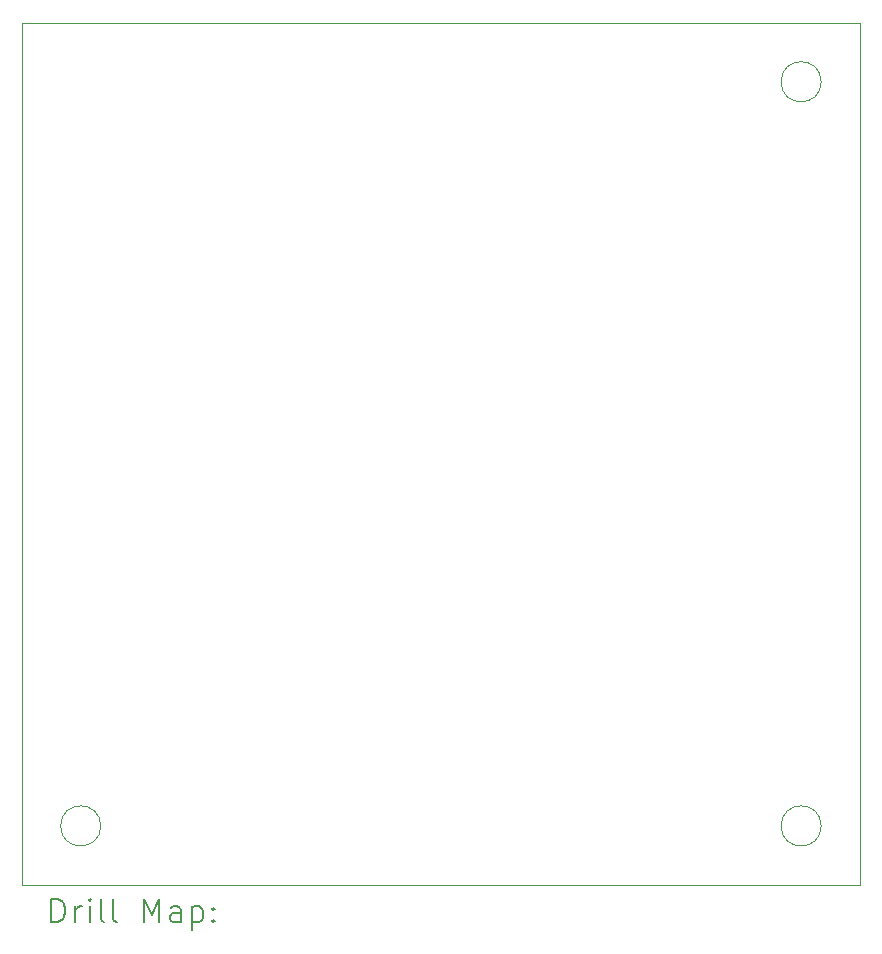
<source format=gbr>
%TF.GenerationSoftware,KiCad,Pcbnew,(6.0.9)*%
%TF.CreationDate,2024-07-14T14:50:28-07:00*%
%TF.ProjectId,RA_Controller,52415f43-6f6e-4747-926f-6c6c65722e6b,rev?*%
%TF.SameCoordinates,Original*%
%TF.FileFunction,Drillmap*%
%TF.FilePolarity,Positive*%
%FSLAX45Y45*%
G04 Gerber Fmt 4.5, Leading zero omitted, Abs format (unit mm)*
G04 Created by KiCad (PCBNEW (6.0.9)) date 2024-07-14 14:50:28*
%MOMM*%
%LPD*%
G01*
G04 APERTURE LIST*
%ADD10C,0.100000*%
%ADD11C,0.200000*%
G04 APERTURE END LIST*
D10*
X11973000Y-11450700D02*
G75*
G03*
X11973000Y-11450700I-170000J0D01*
G01*
X11303000Y-4650700D02*
X18403000Y-4650700D01*
X18403000Y-4650700D02*
X18403000Y-11950700D01*
X18403000Y-11950700D02*
X11303000Y-11950700D01*
X11303000Y-11950700D02*
X11303000Y-4650700D01*
X18073000Y-11450700D02*
G75*
G03*
X18073000Y-11450700I-170000J0D01*
G01*
X18073000Y-5150700D02*
G75*
G03*
X18073000Y-5150700I-170000J0D01*
G01*
D11*
X11555619Y-12266176D02*
X11555619Y-12066176D01*
X11603238Y-12066176D01*
X11631809Y-12075700D01*
X11650857Y-12094748D01*
X11660381Y-12113795D01*
X11669905Y-12151890D01*
X11669905Y-12180462D01*
X11660381Y-12218557D01*
X11650857Y-12237605D01*
X11631809Y-12256652D01*
X11603238Y-12266176D01*
X11555619Y-12266176D01*
X11755619Y-12266176D02*
X11755619Y-12132843D01*
X11755619Y-12170938D02*
X11765143Y-12151890D01*
X11774667Y-12142367D01*
X11793714Y-12132843D01*
X11812762Y-12132843D01*
X11879428Y-12266176D02*
X11879428Y-12132843D01*
X11879428Y-12066176D02*
X11869905Y-12075700D01*
X11879428Y-12085224D01*
X11888952Y-12075700D01*
X11879428Y-12066176D01*
X11879428Y-12085224D01*
X12003238Y-12266176D02*
X11984190Y-12256652D01*
X11974667Y-12237605D01*
X11974667Y-12066176D01*
X12108000Y-12266176D02*
X12088952Y-12256652D01*
X12079428Y-12237605D01*
X12079428Y-12066176D01*
X12336571Y-12266176D02*
X12336571Y-12066176D01*
X12403238Y-12209033D01*
X12469905Y-12066176D01*
X12469905Y-12266176D01*
X12650857Y-12266176D02*
X12650857Y-12161414D01*
X12641333Y-12142367D01*
X12622286Y-12132843D01*
X12584190Y-12132843D01*
X12565143Y-12142367D01*
X12650857Y-12256652D02*
X12631809Y-12266176D01*
X12584190Y-12266176D01*
X12565143Y-12256652D01*
X12555619Y-12237605D01*
X12555619Y-12218557D01*
X12565143Y-12199509D01*
X12584190Y-12189986D01*
X12631809Y-12189986D01*
X12650857Y-12180462D01*
X12746095Y-12132843D02*
X12746095Y-12332843D01*
X12746095Y-12142367D02*
X12765143Y-12132843D01*
X12803238Y-12132843D01*
X12822286Y-12142367D01*
X12831809Y-12151890D01*
X12841333Y-12170938D01*
X12841333Y-12228081D01*
X12831809Y-12247128D01*
X12822286Y-12256652D01*
X12803238Y-12266176D01*
X12765143Y-12266176D01*
X12746095Y-12256652D01*
X12927048Y-12247128D02*
X12936571Y-12256652D01*
X12927048Y-12266176D01*
X12917524Y-12256652D01*
X12927048Y-12247128D01*
X12927048Y-12266176D01*
X12927048Y-12142367D02*
X12936571Y-12151890D01*
X12927048Y-12161414D01*
X12917524Y-12151890D01*
X12927048Y-12142367D01*
X12927048Y-12161414D01*
M02*

</source>
